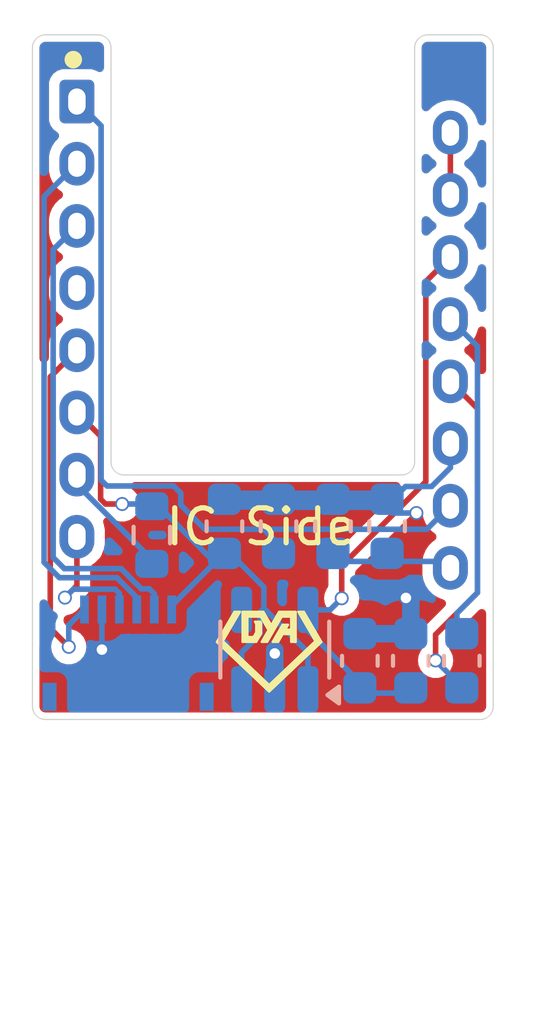
<source format=kicad_pcb>
(kicad_pcb (version 20240108) (generator "pcbnew") (generator_version "8.0")
  (layers (0 "F.Cu" signal) (31 "B.Cu" signal) (34 "B.Paste" user) (35 "F.Paste" user) (36 "B.SilkS" user "B.Silkscreen") (37 "F.SilkS" user "F.Silkscreen") (38 "B.Mask" user) (39 "F.Mask" user) (44 "Edge.Cuts" user))
  (net 0 "")
  (net 1 "GND")
  (net 2 "VCC_1.8V")
  (net 3 "Net-(U1-VCP)")
  (net 4 "Net-(U1-CN)")
  (net 5 "Net-(U1-CP)")
  (net 6 "Net-(U1-+VCSEL)")
  (net 7 "Net-(U1-NRESET)")
  (net 8 "NCS")
  (net 9 "SDIO")
  (net 10 "Net-(U1--VCSEL)")
  (net 11 "MOTION")
  (net 13 "SCLK")
  (net 14 "VCC_3.3V")
  (footprint "0_pmw3610-breakout:PMW3610DM-SUDU 16Pin" (layer "F.Cu") (at 31.6032 35.5883 90)
    (property "Reference" "U1" (hide yes))
    (property "Value" "PMW3610")
    (pad "1" thru_hole roundrect (at 6.168 -5.35 270) (size 1.25 1) (drill oval 0.75 0.5) (layers "*.Cu" "*.Mask") (roundrect_rratio 0.15) (net 6 "Net-(U1-+VCSEL)"))
    (pad "2" thru_hole oval (at 4.388 -5.35 270) (size 1.25 1) (drill oval 0.75 0.5) (layers "*.Cu" "*.Mask") (net 9 "SDIO"))
    (pad "3" thru_hole oval (at 2.608 -5.35 270) (size 1.25 1) (drill oval 0.75 0.5) (layers "*.Cu" "*.Mask") (net 13 "SCLK"))
    (pad "4" thru_hole oval (at 0.828 -5.35 270) (size 1.25 1) (drill oval 0.75 0.5) (layers "*.Cu" "*.Mask"))
    (pad "5" thru_hole oval (at -0.952 -5.35 270) (size 1.25 1) (drill oval 0.75 0.5) (layers "*.Cu" "*.Mask") (net 8 "NCS"))
    (pad "6" thru_hole oval (at -2.732 -5.35 270) (size 1.25 1) (drill oval 0.75 0.5) (layers "*.Cu" "*.Mask") (net 14 "VCC_3.3V"))
    (pad "7" thru_hole oval (at -4.512 -5.35 270) (size 1.25 1) (drill oval 0.75 0.5) (layers "*.Cu" "*.Mask") (net 7 "Net-(U1-NRESET)"))
    (pad "8" thru_hole oval (at -6.292 -5.35 270) (size 1.25 1) (drill oval 0.75 0.5) (layers "*.Cu" "*.Mask") (net 11 "MOTION"))
    (pad "9" thru_hole oval (at -7.182 5.35 270) (size 1.25 1) (drill oval 0.75 0.5) (layers "*.Cu" "*.Mask") (net 3 "Net-(U1-VCP)"))
    (pad "10" thru_hole oval (at -5.402 5.35 270) (size 1.25 1) (drill oval 0.75 0.5) (layers "*.Cu" "*.Mask") (net 6 "Net-(U1-+VCSEL)"))
    (pad "11" thru_hole oval (at -3.622 5.35 270) (size 1.25 1) (drill oval 0.75 0.5) (layers "*.Cu" "*.Mask") (net 1 "GND"))
    (pad "12" thru_hole oval (at -1.842 5.35 270) (size 1.25 1) (drill oval 0.75 0.5) (layers "*.Cu" "*.Mask") (net 5 "Net-(U1-CP)"))
    (pad "13" thru_hole oval (at -0.062 5.35 270) (size 1.25 1) (drill oval 0.75 0.5) (layers "*.Cu" "*.Mask") (net 4 "Net-(U1-CN)"))
    (pad "14" thru_hole oval (at 1.718 5.35 270) (size 1.25 1) (drill oval 0.75 0.5) (layers "*.Cu" "*.Mask") (net 2 "VCC_1.8V"))
    (pad "15" thru_hole oval (at 3.498 5.35 270) (size 1.25 1) (drill oval 0.75 0.5) (layers "*.Cu" "*.Mask") (net 10 "Net-(U1--VCSEL)"))
    (pad "16" thru_hole oval (at 5.278 5.35 270) (size 1.25 1) (drill oval 0.75 0.5) (layers "*.Cu" "*.Mask") (net 10 "Net-(U1--VCSEL)"))
    (zone (net 0) (net_name "") (layers "*.Cu" "F.CrtYd") (connect_pads (clearance 0)) (min_thickness 0.254)
      (keepout (tracks not_allowed) (vias not_allowed) (pads not_allowed) (copperpour not_allowed) (footprints not_allowed))
      (fill (thermal_gap 0.508) (thermal_bridge_width 0.508))
      (polygon (pts (xy 27.2544 40.0895) (xy 27.2452 26.5967) (xy 35.932 26.5967) (xy 35.992 40.0895)))
    )
  )
  (footprint "Capacitor_SMD:C_0603_1608Metric" (layer "B.Cu") (at 34.36 45.43 90)
    (property "Reference" "C8" (hide yes))
    (property "Value" "100nF")
    (fp_line (start 0.14058 -0.51) (end -0.14058 -0.51) (stroke (width 0.12)) (layer "B.SilkS"))
    (fp_line (start 0.14058 0.51) (end -0.14058 0.51) (stroke (width 0.12)) (layer "B.SilkS"))
    (pad "1" smd roundrect (at -0.775 0 90) (size 0.9 0.95) (layers "B.Cu" "B.Paste" "B.Mask") (net 2 "VCC_1.8V"))
    (pad "2" smd roundrect (at 0.775 0 90) (size 0.9 0.95) (layers "B.Cu" "B.Paste" "B.Mask") (net 1 "GND"))
  )
  (footprint "Capacitor_SMD:C_0603_1608Metric" (layer "B.Cu") (at 37.28 45.43 90)
    (property "Reference" "C5" (hide yes))
    (property "Value" "100nF X7R")
    (fp_line (start 0.14058 -0.51) (end -0.14058 -0.51) (stroke (width 0.12)) (layer "B.SilkS"))
    (fp_line (start 0.14058 0.51) (end -0.14058 0.51) (stroke (width 0.12)) (layer "B.SilkS"))
    (pad "1" smd roundrect (at -0.775 0 90) (size 0.9 0.95) (layers "B.Cu" "B.Paste" "B.Mask") (net 5 "Net-(U1-CP)"))
    (pad "2" smd roundrect (at 0.775 0 90) (size 0.9 0.95) (layers "B.Cu" "B.Paste" "B.Mask") (net 4 "Net-(U1-CN)"))
  )
  (footprint "Capacitor_SMD:C_0603_1608Metric" (layer "B.Cu") (at 30.48 41.58 90)
    (property "Reference" "C1" (hide yes))
    (property "Value" "100nF")
    (fp_line (start 0.14058 -0.51) (end -0.14058 -0.51) (stroke (width 0.12)) (layer "B.SilkS"))
    (fp_line (start 0.14058 0.51) (end -0.14058 0.51) (stroke (width 0.12)) (layer "B.SilkS"))
    (pad "1" smd roundrect (at -0.775 0 90) (size 0.9 0.95) (layers "B.Cu" "B.Paste" "B.Mask") (net 14 "VCC_3.3V"))
    (pad "2" smd roundrect (at 0.775 0 90) (size 0.9 0.95) (layers "B.Cu" "B.Paste" "B.Mask") (net 1 "GND"))
  )
  (footprint "Capacitor_SMD:C_0603_1608Metric" (layer "B.Cu") (at 32.03 41.58 90)
    (property "Reference" "C6" (hide yes))
    (property "Value" "10nF")
    (fp_line (start 0.14058 -0.51) (end -0.14058 -0.51) (stroke (width 0.12)) (layer "B.SilkS"))
    (fp_line (start 0.14058 0.51) (end -0.14058 0.51) (stroke (width 0.12)) (layer "B.SilkS"))
    (pad "1" smd roundrect (at -0.775 0 90) (size 0.9 0.95) (layers "B.Cu" "B.Paste" "B.Mask") (net 6 "Net-(U1-+VCSEL)"))
    (pad "2" smd roundrect (at 0.775 0 90) (size 0.9 0.95) (layers "B.Cu" "B.Paste" "B.Mask") (net 1 "GND"))
  )
  (footprint "Capacitor_SMD:C_0603_1608Metric" (layer "B.Cu") (at 35.14 41.58 90)
    (property "Reference" "C4" (hide yes))
    (property "Value" "10nF X7R")
    (fp_line (start 0.14058 -0.51) (end -0.14058 -0.51) (stroke (width 0.12)) (layer "B.SilkS"))
    (fp_line (start 0.14058 0.51) (end -0.14058 0.51) (stroke (width 0.12)) (layer "B.SilkS"))
    (pad "1" smd roundrect (at -0.775 0 90) (size 0.9 0.95) (layers "B.Cu" "B.Paste" "B.Mask") (net 3 "Net-(U1-VCP)"))
    (pad "2" smd roundrect (at 0.775 0 90) (size 0.9 0.95) (layers "B.Cu" "B.Paste" "B.Mask") (net 1 "GND"))
  )
  (footprint "0_pmw3610-breakout:JUSHUO-AFH34-S06FIA-1H" (layer "B.Cu") (at 27.72 43.96 180)
    (property "Reference" "J1" (hide yes))
    (property "Value" "Conn_01x06_Pin" (hide yes))
    (pad "0" smd rect (at -2.25 -2.5 180) (size 0.4 0.8) (layers "B.Cu" "B.Paste" "B.Mask"))
    (pad "0" smd rect (at 2.25 -2.5 180) (size 0.4 0.8) (layers "B.Cu" "B.Paste" "B.Mask"))
    (pad "1" smd rect (at -1.25 0 180) (size 0.25 0.8) (layers "B.Cu" "B.Paste" "B.Mask") (net 14 "VCC_3.3V"))
    (pad "2" smd rect (at -0.75 0 180) (size 0.25 0.8) (layers "B.Cu" "B.Paste" "B.Mask") (net 13 "SCLK"))
    (pad "3" smd rect (at -0.25 0 180) (size 0.25 0.8) (layers "B.Cu" "B.Paste" "B.Mask") (net 9 "SDIO"))
    (pad "4" smd rect (at 0.25 0 180) (size 0.25 0.8) (layers "B.Cu" "B.Paste" "B.Mask") (net 11 "MOTION"))
    (pad "5" smd rect (at 0.75 0 180) (size 0.25 0.8) (layers "B.Cu" "B.Paste" "B.Mask") (net 1 "GND"))
    (pad "6" smd rect (at 1.25 0 180) (size 0.25 0.8) (layers "B.Cu" "B.Paste" "B.Mask") (net 8 "NCS"))
  )
  (footprint "Capacitor_SMD:C_0603_1608Metric" (layer "B.Cu") (at 35.82 45.43 90)
    (property "Reference" "C7" (hide yes))
    (property "Value" "10uF")
    (fp_line (start 0.14058 -0.51) (end -0.14058 -0.51) (stroke (width 0.12)) (layer "B.SilkS"))
    (fp_line (start 0.14058 0.51) (end -0.14058 0.51) (stroke (width 0.12)) (layer "B.SilkS"))
    (pad "1" smd roundrect (at -0.775 0 90) (size 0.9 0.95) (layers "B.Cu" "B.Paste" "B.Mask") (net 2 "VCC_1.8V"))
    (pad "2" smd roundrect (at 0.775 0 90) (size 0.9 0.95) (layers "B.Cu" "B.Paste" "B.Mask") (net 1 "GND"))
  )
  (footprint "Capacitor_SMD:C_0603_1608Metric" (layer "B.Cu") (at 33.59 41.58 90)
    (property "Reference" "C3" (hide yes))
    (property "Value" "10uF X7R")
    (fp_line (start 0.14058 -0.51) (end -0.14058 -0.51) (stroke (width 0.12)) (layer "B.SilkS"))
    (fp_line (start 0.14058 0.51) (end -0.14058 0.51) (stroke (width 0.12)) (layer "B.SilkS"))
    (pad "1" smd roundrect (at -0.775 0 90) (size 0.9 0.95) (layers "B.Cu" "B.Paste" "B.Mask") (net 3 "Net-(U1-VCP)"))
    (pad "2" smd roundrect (at 0.775 0 90) (size 0.9 0.95) (layers "B.Cu" "B.Paste" "B.Mask") (net 1 "GND"))
  )
  (footprint "Package_TO_SOT_SMD:SOT-23-5" (layer "B.Cu") (at 31.9225 45.11 90)
    (property "Reference" "U2" (hide yes))
    (property "Value" "TLV70018_SOT23-5" (hide yes))
    (fp_line (start 0.8 -1.56) (end 0 -1.56) (stroke (width 0.12)) (layer "B.SilkS"))
    (fp_line (start -0.8 -1.56) (end 0 -1.56) (stroke (width 0.12)) (layer "B.SilkS"))
    (fp_line (start 0.8 1.56) (end 0 1.56) (stroke (width 0.12)) (layer "B.SilkS"))
    (fp_line (start -0.8 1.56) (end 0 1.56) (stroke (width 0.12)) (layer "B.SilkS"))
    (fp_poly (pts (xy -1.3 1.51) (xy -1.54 1.84) (xy -1.06 1.84) (xy -1.3 1.51)) (stroke (width 0.12)) (fill solid) (layer "B.SilkS"))
    (pad "1" smd roundrect (at -1.1375 0.95 90) (size 1.325 0.6) (layers "B.Cu" "B.Paste" "B.Mask") (net 14 "VCC_3.3V"))
    (pad "2" smd roundrect (at -1.1375 0 90) (size 1.325 0.6) (layers "B.Cu" "B.Paste" "B.Mask") (net 1 "GND"))
    (pad "3" smd roundrect (at -1.1375 -0.95 90) (size 1.325 0.6) (layers "B.Cu" "B.Paste" "B.Mask") (net 14 "VCC_3.3V"))
    (pad "4" smd roundrect (at 1.1375 -0.95 90) (size 1.325 0.6) (layers "B.Cu" "B.Paste" "B.Mask"))
    (pad "5" smd roundrect (at 1.1375 0.95 90) (size 1.325 0.6) (layers "B.Cu" "B.Paste" "B.Mask") (net 2 "VCC_1.8V"))
  )
  (footprint "Resistor_SMD:R_0603_1608Metric" (layer "B.Cu") (at 28.4 41.83 90)
    (property "Reference" "R1" (hide yes))
    (property "Value" "51kΩ")
    (fp_line (start 0.237258 -0.5225) (end -0.237258 -0.5225) (stroke (width 0.12)) (layer "B.SilkS"))
    (fp_line (start 0.237258 0.5225) (end -0.237258 0.5225) (stroke (width 0.12)) (layer "B.SilkS"))
    (pad "1" smd roundrect (at -0.825 0 90) (size 0.8 0.95) (layers "B.Cu" "B.Paste" "B.Mask") (net 7 "Net-(U1-NRESET)"))
    (pad "2" smd roundrect (at 0.825 0 90) (size 0.8 0.95) (layers "B.Cu" "B.Paste" "B.Mask") (net 14 "VCC_3.3V"))
  )
  (gr_poly (pts (xy 31.821416 44.412745) (xy 32.045017 44.025447) (xy 32.523564 44.025447) (xy 32.523564 44.89) (xy 32.39 44.89) (xy 32.39 44.665794) (xy 32.149496 44.665794) (xy 32.020047 44.89) (xy 31.860142 44.89) (xy 32.145261 44.396206) (xy 32.305166 44.396206) (xy 32.223237 44.538039) (xy 32.39 44.538241) (xy 32.39 44.167401) (xy 32.122993 44.167401) (xy 31.705763 44.89) (xy 31.545858 44.89) (xy 31.741464 44.55123) (xy 31.519879 44.167401) (xy 31.139802 44.167401) (xy 31.139802 44.748006) (xy 31.313947 44.748006) (xy 31.389825 44.61662) (xy 31.389825 44.373777) (xy 31.352672 44.309436) (xy 31.371914 44.309436) (xy 31.371914 44.309395) (xy 31.512578 44.309355) (xy 31.532143 44.343482) (xy 31.532143 44.647157) (xy 31.391923 44.89) (xy 30.997847 44.89) (xy 30.997847 44.025447) (xy 31.597815 44.025447)) (stroke (width 0.063332)) (fill solid) (layer "F.SilkS"))
  (gr_poly (pts (xy 30.436785 44.866314) (xy 31.760885 46.121353) (xy 33.084945 44.866314) (xy 32.594983 44.02548) (xy 32.75622 44.02548) (xy 33.257396 44.885556) (xy 33.260865 44.891527) (xy 31.766856 46.307641) (xy 31.760885 46.313288) (xy 30.260865 44.891527) (xy 30.76301 44.029797) (xy 30.765551 44.02548) (xy 30.926788 44.02548)) (stroke (width 0.063332)) (fill solid) (layer "F.SilkS"))
  (gr_circle (center 26.15 28.22) (end 26.4002 28.22) (fill solid) (layer "F.SilkS"))
  (gr_poly (pts (xy 26.873424 27.510462) (xy 26.891868 27.511839) (xy 26.910164 27.514119) (xy 26.928278 27.517287) (xy 26.946179 27.521331) (xy 26.963833 27.526236) (xy 26.98121 27.531991) (xy 26.998276 27.538581) (xy 27.015 27.545994) (xy 27.031348 27.554215) (xy 27.04729 27.563232) (xy 27.062793 27.573032) (xy 27.077825 27.583601) (xy 27.092352 27.594925) (xy 27.106344 27.606992) (xy 27.119768 27.619788) (xy 27.132646 27.633299) (xy 27.144785 27.647356) (xy 27.15617 27.661929) (xy 27.166791 27.676988) (xy 27.176634 27.692505) (xy 27.185687 27.70845) (xy 27.193937 27.724794) (xy 27.201372 27.741507) (xy 27.20798 27.758561) (xy 27.213747 27.775926) (xy 27.218661 27.793573) (xy 27.22271 27.811472) (xy 27.225881 27.829595) (xy 27.228161 27.847911) (xy 27.229538 27.866393) (xy 27.23 27.885009) (xy 27.23 39.735141) (xy 27.230462 39.753696) (xy 27.231837 39.772131) (xy 27.234113 39.790416) (xy 27.237277 39.808519) (xy 27.241315 39.826411) (xy 27.246213 39.84406) (xy 27.251959 39.861435) (xy 27.258539 39.878505) (xy 27.265941 39.895239) (xy 27.27415 39.911606) (xy 27.283153 39.927575) (xy 27.292937 39.943116) (xy 27.303489 39.958197) (xy 27.314796 39.972787) (xy 27.326843 39.986855) (xy 27.339619 40.000371) (xy 27.353043 40.013167) (xy 27.367035 40.025233) (xy 27.381562 40.036557) (xy 27.396594 40.047125) (xy 27.412096 40.056924) (xy 27.428038 40.065941) (xy 27.444387 40.074161) (xy 27.461111 40.081573) (xy 27.478177 40.088163) (xy 27.495554 40.093917) (xy 27.513208 40.098822) (xy 27.531109 40.102865) (xy 27.549223 40.106033) (xy 27.567519 40.108312) (xy 27.585963 40.109689) (xy 27.604525 40.110151) (xy 35.554976 40.110151) (xy 35.573538 40.109689) (xy 35.591983 40.108312) (xy 35.610278 40.106033) (xy 35.628392 40.102865) (xy 35.646293 40.098822) (xy 35.663948 40.093917) (xy 35.681324 40.088163) (xy 35.69839 40.081573) (xy 35.715114 40.074161) (xy 35.731463 40.065941) (xy 35.747405 40.056924) (xy 35.762908 40.047125) (xy 35.777939 40.036557) (xy 35.792467 40.025233) (xy 35.806459 40.013167) (xy 35.819883 40.000371) (xy 35.832653 39.986855) (xy 35.844697 39.972787) (xy 35.856 39.958197) (xy 35.866551 39.943116) (xy 35.876334 39.927575) (xy 35.885338 39.911606) (xy 35.893547 39.895239) (xy 35.90095 39.878505) (xy 35.907532 39.861435) (xy 35.91328 39.84406) (xy 35.91818 39.826411) (xy 35.92222 39.808519) (xy 35.925385 39.790416) (xy 35.927663 39.772131) (xy 35.929039 39.753696) (xy 35.929501 39.735141) (xy 35.929501 27.885009) (xy 35.929963 27.866393) (xy 35.931341 27.847911) (xy 35.933621 27.829595) (xy 35.936792 27.811472) (xy 35.940841 27.793573) (xy 35.945755 27.775926) (xy 35.951522 27.758561) (xy 35.958129 27.741507) (xy 35.965564 27.724794) (xy 35.973815 27.70845) (xy 35.982868 27.692505) (xy 35.992711 27.676988) (xy 36.003331 27.661929) (xy 36.014717 27.647356) (xy 36.026855 27.633299) (xy 36.039733 27.619788) (xy 36.053157 27.606992) (xy 36.067149 27.594925) (xy 36.081677 27.583601) (xy 36.096708 27.573032) (xy 36.112211 27.563232) (xy 36.128153 27.554215) (xy 36.144502 27.545994) (xy 36.161226 27.538581) (xy 36.178292 27.531991) (xy 36.195668 27.526236) (xy 36.213323 27.521331) (xy 36.231223 27.517287) (xy 36.249337 27.514119) (xy 36.267633 27.511839) (xy 36.286078 27.510462) (xy 36.304639 27.51) (xy 37.804613 27.51) (xy 37.823907 27.510488) (xy 37.842948 27.511936) (xy 37.861714 27.514321) (xy 37.880181 27.517618) (xy 37.898325 27.521806) (xy 37.916122 27.526859) (xy 37.933549 27.532755) (xy 37.950582 27.539469) (xy 37.967197 27.546979) (xy 37.983372 27.55526) (xy 37.999081 27.56429) (xy 38.014302 27.574044) (xy 38.029011 27.584499) (xy 38.043185 27.595632) (xy 38.056799 27.607419) (xy 38.06983 27.619835) (xy 38.082254 27.632859) (xy 38.094048 27.646466) (xy 38.105188 27.660633) (xy 38.115651 27.675335) (xy 38.125413 27.690551) (xy 38.134449 27.706255) (xy 38.142737 27.722425) (xy 38.150254 27.739036) (xy 38.156974 27.756066) (xy 38.162875 27.773491) (xy 38.167933 27.791287) (xy 38.172125 27.80943) (xy 38.175426 27.827898) (xy 38.177813 27.846666) (xy 38.179263 27.865711) (xy 38.179751 27.885009) (xy 38.179751 46.735061) (xy 38.179263 46.75436) (xy 38.177813 46.773405) (xy 38.175426 46.792172) (xy 38.172125 46.81064) (xy 38.167933 46.828783) (xy 38.162875 46.846579) (xy 38.156974 46.864003) (xy 38.150254 46.881033) (xy 38.142737 46.897644) (xy 38.134449 46.913813) (xy 38.125413 46.929517) (xy 38.115651 46.944732) (xy 38.105188 46.959434) (xy 38.094048 46.9736) (xy 38.082254 46.987207) (xy 38.06983 47.00023) (xy 38.056799 47.012647) (xy 38.043185 47.024433) (xy 38.029011 47.035565) (xy 38.014302 47.04602) (xy 37.999081 47.055774) (xy 37.983372 47.064803) (xy 37.967197 47.073084) (xy 37.950582 47.080593) (xy 37.933549 47.087308) (xy 37.916122 47.093203) (xy 37.898325 47.098256) (xy 37.880181 47.102443) (xy 37.861714 47.105741) (xy 37.842948 47.108125) (xy 37.823907 47.109573) (xy 37.804613 47.110061) (xy 25.354889 47.110061) (xy 25.335595 47.109573) (xy 25.316553 47.108125) (xy 25.297787 47.105741) (xy 25.27932 47.102443) (xy 25.261177 47.098256) (xy 25.243379 47.093203) (xy 25.225953 47.087308) (xy 25.20892 47.080593) (xy 25.192304 47.073084) (xy 25.17613 47.064803) (xy 25.16042 47.055774) (xy 25.145199 47.04602) (xy 25.13049 47.035565) (xy 25.116317 47.024433) (xy 25.102703 47.012647) (xy 25.089672 47.00023) (xy 25.077247 46.987207) (xy 25.065453 46.9736) (xy 25.054313 46.959434) (xy 25.04385 46.944732) (xy 25.034089 46.929517) (xy 25.025052 46.913813) (xy 25.016764 46.897644) (xy 25.009248 46.881033) (xy 25.002527 46.864003) (xy 24.996626 46.846579) (xy 24.991568 46.828783) (xy 24.987377 46.81064) (xy 24.984076 46.792172) (xy 24.981688 46.773405) (xy 24.980239 46.75436) (xy 24.97975 46.735061) (xy 24.97975 27.885009) (xy 24.980212 27.866393) (xy 24.981587 27.847911) (xy 24.983863 27.829595) (xy 24.987027 27.811472) (xy 24.991064 27.793573) (xy 24.995963 27.775926) (xy 25.001709 27.758561) (xy 25.008289 27.741507) (xy 25.015691 27.724794) (xy 25.023899 27.70845) (xy 25.032903 27.692505) (xy 25.042687 27.676988) (xy 25.053239 27.661929) (xy 25.064546 27.647356) (xy 25.076593 27.633299) (xy 25.089369 27.619788) (xy 25.1029 27.606992) (xy 25.116986 27.594925) (xy 25.131594 27.583601) (xy 25.146694 27.573032) (xy 25.162254 27.563232) (xy 25.178244 27.554215) (xy 25.194631 27.545994) (xy 25.211386 27.538581) (xy 25.228476 27.531991) (xy 25.245871 27.526236) (xy 25.263539 27.521331) (xy 25.281449 27.517287) (xy 25.299571 27.514119) (xy 25.317872 27.511839) (xy 25.336321 27.510462) (xy 25.354889 27.51) (xy 26.854862 27.51)) (stroke (width 0.034519) (color 0 0 255 1)) (fill none) (layer "Edge.Cuts"))
  (gr_text "IC Side" (at 28.72 42.18 0) (layer "F.SilkS") (effects (font (size 1 1)) (justify left bottom)))
  (segment (start 34.38 44.93) (end 35.68 43.63) (width 0.16) (layer "F.Cu") (net 1))
  (segment (start 31.9225 45.22) (end 32.2125 44.93) (width 0.16) (layer "F.Cu") (net 1))
  (segment (start 31.9225 45.22) (end 31.8125 45.11) (width 0.16) (layer "F.Cu") (net 1))
  (segment (start 35.68 43.63) (end 35.98 43.33) (width 0.16) (layer "F.Cu") (net 1))
  (segment (start 31.8125 45.11) (end 26.97 45.11) (width 0.16) (layer "F.Cu") (net 1))
  (segment (start 35.98 43.33) (end 35.98 41.2) (width 0.16) (layer "F.Cu") (net 1))
  (segment (start 32.2125 44.93) (end 34.38 44.93) (width 0.16) (layer "F.Cu") (net 1))
  (via (at 31.9225 45.22) (size 0.4) (drill 0.3) (layers "F.Cu" "B.Cu") (net 1))
  (via (at 35.98 41.2) (size 0.4) (drill 0.3) (layers "F.Cu" "B.Cu") (net 1))
  (via (at 35.68 43.63) (size 0.4) (drill 0.3) (layers "F.Cu" "B.Cu") (net 1))
  (via (at 26.97 45.11) (size 0.4) (drill 0.3) (layers "F.Cu" "B.Cu") (net 1))
  (segment (start 26.97 45.11) (end 26.97 43.96) (width 0.16) (layer "B.Cu") (net 1))
  (segment (start 35.14 41.035) (end 35.14 40.97) (width 0.16) (layer "B.Cu") (net 1))
  (segment (start 32.03 41.035) (end 33.59 41.035) (width 0.16) (layer "B.Cu") (net 1))
  (segment (start 35.98 41.2) (end 35.305 41.2) (width 0.16) (layer "B.Cu") (net 1))
  (segment (start 36.416835 40.44) (end 36.9532 39.903635) (width 0.16) (layer "B.Cu") (net 1))
  (segment (start 35.14 41.035) (end 33.59 41.035) (width 0.16) (layer "B.Cu") (net 1))
  (segment (start 36.9532 39.903635) (end 36.9532 39.2103) (width 0.16) (layer "B.Cu") (net 1))
  (segment (start 32.02 41.025) (end 32.03 41.035) (width 0.16) (layer "B.Cu") (net 1))
  (segment (start 31.9225 45.22) (end 31.9225 46.2475) (width 0.16) (layer "B.Cu") (net 1))
  (segment (start 35.68 43.63) (end 35.68 44.805) (width 0.16) (layer "B.Cu") (net 1))
  (segment (start 35.14 40.97) (end 35.67 40.44) (width 0.16) (layer "B.Cu") (net 1))
  (segment (start 35.67 40.44) (end 36.416835 40.44) (width 0.16) (layer "B.Cu") (net 1))
  (segment (start 35.68 44.805) (end 34.22 44.805) (width 0.16) (layer "B.Cu") (net 1))
  (segment (start 30.48 41.025) (end 32.02 41.025) (width 0.16) (layer "B.Cu") (net 1))
  (segment (start 35.305 41.2) (end 35.14 41.035) (width 0.16) (layer "B.Cu") (net 1))
  (segment (start 33.84 42.71) (end 36.25 40.3) (width 0.16) (layer "F.Cu") (net 2))
  (segment (start 36.25 34.5735) (end 36.9532 33.8703) (width 0.16) (layer "F.Cu") (net 2))
  (segment (start 36.25 40.3) (end 36.25 34.5735) (width 0.16) (layer "F.Cu") (net 2))
  (segment (start 33.84 43.64) (end 33.84 42.71) (width 0.16) (layer "F.Cu") (net 2))
  (via (at 33.84 43.64) (size 0.4) (drill 0.3) (layers "F.Cu" "B.Cu") (net 2))
  (segment (start 32.8725 44.5625) (end 32.8725 43.9725) (width 0.16) (layer "B.Cu") (net 2))
  (segment (start 32.8725 43.9725) (end 33.5075 43.9725) (width 0.16) (layer "B.Cu") (net 2))
  (segment (start 35.68 46.355) (end 34.665 46.355) (width 0.16) (layer "B.Cu") (net 2))
  (segment (start 34.665 46.355) (end 32.8725 44.5625) (width 0.16) (layer "B.Cu") (net 2))
  (segment (start 33.5075 43.9725) (end 33.84 43.64) (width 0.16) (layer "B.Cu") (net 2))
  (segment (start 33.59 42.585) (end 35.14 42.585) (width 0.16) (layer "B.Cu") (net 3))
  (segment (start 36.7679 42.585) (end 36.9532 42.7703) (width 0.16) (layer "B.Cu") (net 3))
  (segment (start 35.14 42.585) (end 36.7679 42.585) (width 0.16) (layer "B.Cu") (net 3))
  (segment (start 37.14 44.07) (end 37.73 43.48) (width 0.16) (layer "B.Cu") (net 4))
  (segment (start 37.73 43.48) (end 37.73 36.4271) (width 0.16) (layer "B.Cu") (net 4))
  (segment (start 37.73 36.4271) (end 36.9532 35.6503) (width 0.16) (layer "B.Cu") (net 4))
  (segment (start 37.14 44.805) (end 37.14 44.07) (width 0.16) (layer "B.Cu") (net 4))
  (segment (start 37.73 38.2071) (end 36.9532 37.4303) (width 0.16) (layer "F.Cu") (net 5))
  (segment (start 36.53 45.42) (end 36.53 44.68) (width 0.16) (layer "F.Cu") (net 5))
  (segment (start 36.53 44.68) (end 37.73 43.48) (width 0.16) (layer "F.Cu") (net 5))
  (segment (start 37.73 43.48) (end 37.73 38.2071) (width 0.16) (layer "F.Cu") (net 5))
  (via (at 36.53 45.42) (size 0.4) (drill 0.3) (layers "F.Cu" "B.Cu") (net 5))
  (segment (start 37.14 46.03) (end 37.14 46.355) (width 0.16) (layer "B.Cu") (net 5))
  (segment (start 36.53 45.42) (end 37.14 46.03) (width 0.16) (layer "B.Cu") (net 5))
  (segment (start 27.115 40.425) (end 29.025 40.425) (width 0.16) (layer "B.Cu") (net 6))
  (segment (start 29.23 40.97) (end 29.925 41.665) (width 0.16) (layer "B.Cu") (net 6))
  (segment (start 32.03 42.585) (end 32.03 42.088992) (width 0.16) (layer "B.Cu") (net 6))
  (segment (start 29.025 40.425) (end 29.23 40.63) (width 0.16) (layer "B.Cu") (net 6))
  (segment (start 29.23 40.63) (end 29.23 40.97) (width 0.16) (layer "B.Cu") (net 6))
  (segment (start 29.925 41.665) (end 31.606008 41.665) (width 0.16) (layer "B.Cu") (net 6))
  (segment (start 26.2532 29.4203) (end 26.946829 30.113929) (width 0.16) (layer "B.Cu") (net 6))
  (segment (start 32.03 42.088992) (end 31.606008 41.665) (width 0.16) (layer "B.Cu") (net 6))
  (segment (start 26.946829 30.113929) (end 26.946829 40.256829) (width 0.16) (layer "B.Cu") (net 6))
  (segment (start 26.946829 40.256829) (end 27.115 40.425) (width 0.16) (layer "B.Cu") (net 6))
  (segment (start 36.2785 41.665) (end 31.606008 41.665) (width 0.16) (layer "B.Cu") (net 6))
  (segment (start 36.9529 40.99) (end 36.9532 40.9903) (width 0.16) (layer "B.Cu") (net 6))
  (segment (start 36.9532 40.9903) (end 36.2785 41.665) (width 0.16) (layer "B.Cu") (net 6))
  (segment (start 28.4 42.53) (end 28.4 42.655) (width 0.16) (layer "B.Cu") (net 7))
  (segment (start 26.2532 40.3832) (end 28.4 42.53) (width 0.16) (layer "B.Cu") (net 7))
  (segment (start 26.2532 40.1003) (end 26.2532 40.3832) (width 0.16) (layer "B.Cu") (net 7))
  (segment (start 26.02 45.03) (end 25.49 44.5) (width 0.16) (layer "F.Cu") (net 8))
  (segment (start 25.49 37.3035) (end 26.2532 36.5403) (width 0.16) (layer "F.Cu") (net 8))
  (segment (start 25.49 44.5) (end 25.49 37.3035) (width 0.16) (layer "F.Cu") (net 8))
  (via (at 26.02 45.03) (size 0.4) (drill 0.3) (layers "F.Cu" "B.Cu") (net 8))
  (segment (start 26.02 44.41) (end 26.47 43.96) (width 0.16) (layer "B.Cu") (net 8))
  (segment (start 26.02 45.03) (end 26.02 44.41) (width 0.16) (layer "B.Cu") (net 8))
  (segment (start 25.313199 42.613199) (end 25.313199 32.140301) (width 0.16) (layer "B.Cu") (net 9))
  (segment (start 25.751038 43.051038) (end 25.313199 42.613199) (width 0.16) (layer "B.Cu") (net 9))
  (segment (start 27.97 43.96) (end 27.97 43.62) (width 0.16) (layer "B.Cu") (net 9))
  (segment (start 25.313199 32.140301) (end 26.2532 31.2003) (width 0.16) (layer "B.Cu") (net 9))
  (segment (start 27.401038 43.051038) (end 25.751038 43.051038) (width 0.16) (layer "B.Cu") (net 9))
  (segment (start 27.97 43.62) (end 27.401038 43.051038) (width 0.16) (layer "B.Cu") (net 9))
  (segment (start 36.9532 30.3103) (end 36.9532 32.0903) (width 0.16) (layer "F.Cu") (net 10))
  (segment (start 26.2532 41.8803) (end 26.6129 42.24) (width 0.16) (layer "F.Cu") (net 11))
  (segment (start 26.2532 43.2768) (end 26.2532 41.8803) (width 0.16) (layer "F.Cu") (net 11))
  (segment (start 25.91 43.62) (end 26.2532 43.2768) (width 0.16) (layer "F.Cu") (net 11))
  (via (at 25.91 43.62) (size 0.4) (drill 0.3) (layers "F.Cu" "B.Cu") (net 11))
  (segment (start 27.47 43.5) (end 27.47 43.96) (width 0.16) (layer "B.Cu") (net 11))
  (segment (start 25.91 43.62) (end 26.15 43.38) (width 0.16) (layer "B.Cu") (net 11))
  (segment (start 26.15 43.38) (end 27.35 43.38) (width 0.16) (layer "B.Cu") (net 11))
  (segment (start 27.35 43.38) (end 27.47 43.5) (width 0.16) (layer "B.Cu") (net 11))
  (segment (start 27.745 43.017944) (end 27.745 43.015) (width 0.16) (layer "B.Cu") (net 13))
  (segment (start 25.891038 42.791038) (end 25.5732 42.4732) (width 0.16) (layer "B.Cu") (net 13))
  (segment (start 25.5732 42.4732) (end 25.5732 33.6603) (width 0.16) (layer "B.Cu") (net 13))
  (segment (start 27.745 43.015) (end 27.521038 42.791038) (width 0.16) (layer "B.Cu") (net 13))
  (segment (start 27.965 43.235) (end 27.962056 43.235) (width 0.16) (layer "B.Cu") (net 13))
  (segment (start 28.47 43.51) (end 28.33 43.37) (width 0.16) (layer "B.Cu") (net 13))
  (segment (start 25.5732 33.6603) (end 26.2532 32.9803) (width 0.16) (layer "B.Cu") (net 13))
  (segment (start 28.33 43.37) (end 28.1 43.37) (width 0.16) (layer "B.Cu") (net 13))
  (segment (start 28.1 43.37) (end 27.965 43.235) (width 0.16) (layer "B.Cu") (net 13))
  (segment (start 27.962056 43.235) (end 27.745 43.017944) (width 0.16) (layer "B.Cu") (net 13))
  (segment (start 28.47 43.96) (end 28.47 43.51) (width 0.16) (layer "B.Cu") (net 13))
  (segment (start 27.521038 42.791038) (end 25.891038 42.791038) (width 0.16) (layer "B.Cu") (net 13))
  (segment (start 27.071299 40.941299) (end 26.9332 40.8032) (width 0.16) (layer "F.Cu") (net 14))
  (segment (start 27.55 40.941299) (end 27.071299 40.941299) (width 0.16) (layer "F.Cu") (net 14))
  (segment (start 26.9332 39.0003) (end 26.2532 38.3203) (width 0.16) (layer "F.Cu") (net 14))
  (segment (start 26.9332 40.8032) (end 26.9332 39.0003) (width 0.16) (layer "F.Cu") (net 14))
  (via (at 27.55 40.941299) (size 0.4) (drill 0.3) (layers "F.Cu" "B.Cu") (net 14))
  (segment (start 32.8725 45.187972) (end 31.612403 43.927875) (width 0.16) (layer "B.Cu") (net 14))
  (segment (start 30.63 42.34) (end 31.61 43.32) (width 0.16) (layer "B.Cu") (net 14))
  (segment (start 30.48 42.34) (end 30.63 42.34) (width 0.16) (layer "B.Cu") (net 14))
  (segment (start 28.97 43.96) (end 28.97 43.85) (width 0.16) (layer "B.Cu") (net 14))
  (segment (start 31.5 44.040278) (end 31.5 44.66) (width 0.16) (layer "B.Cu") (net 14))
  (segment (start 31.5 44.66) (end 30.9725 45.1875) (width 0.16) (layer "B.Cu") (net 14))
  (segment (start 27.55 40.941299) (end 28.531299 40.941299) (width 0.16) (layer "B.Cu") (net 14))
  (segment (start 30.9725 46.2475) (end 30.9325 46.2475) (width 0.16) (layer "B.Cu") (net 14))
  (segment (start 31.612403 43.927875) (end 31.5 44.040278) (width 0.16) (layer "B.Cu") (net 14))
  (segment (start 32.8725 46.2475) (end 32.8725 45.187972) (width 0.16) (layer "B.Cu") (net 14))
  (segment (start 28.531299 40.941299) (end 30.165 42.575) (width 0.16) (layer "B.Cu") (net 14))
  (segment (start 30.9725 45.1875) (end 30.9725 46.2475) (width 0.16) (layer "B.Cu") (net 14))
  (segment (start 31.61 43.925472) (end 31.612403 43.927875) (width 0.16) (layer "B.Cu") (net 14))
  (segment (start 30.165 42.575) (end 30.48 42.575) (width 0.16) (layer "B.Cu") (net 14))
  (segment (start 31.61 43.32) (end 31.61 43.925472) (width 0.16) (layer "B.Cu") (net 14))
  (segment (start 28.97 43.85) (end 30.48 42.34) (width 0.16) (layer "B.Cu") (net 14))
  (zone (net 1) (net_name "GND") (layer "F.Cu") (connect_pads (clearance 0.3)) (min_thickness 0.25) (fill yes (thermal_gap 0.5) (thermal_bridge_width 0.5) (island_removal_mode 1) (island_area_min 10))
    (polygon (pts (xy 24.16 26.83) (xy 39.74 26.94) (xy 39.74 47.98) (xy 24.05 47.98)))
  )
  (zone (net 1) (net_name "GND") (layer "B.Cu") (connect_pads (clearance 0.3)) (min_thickness 0.25) (fill yes (thermal_gap 0.5) (thermal_bridge_width 0.5) (island_removal_mode 1) (island_area_min 10))
    (polygon (pts (xy 24.46 27.13) (xy 39.37 27.24) (xy 39.37 47.67) (xy 24.47 47.59)))
  )
)
</source>
